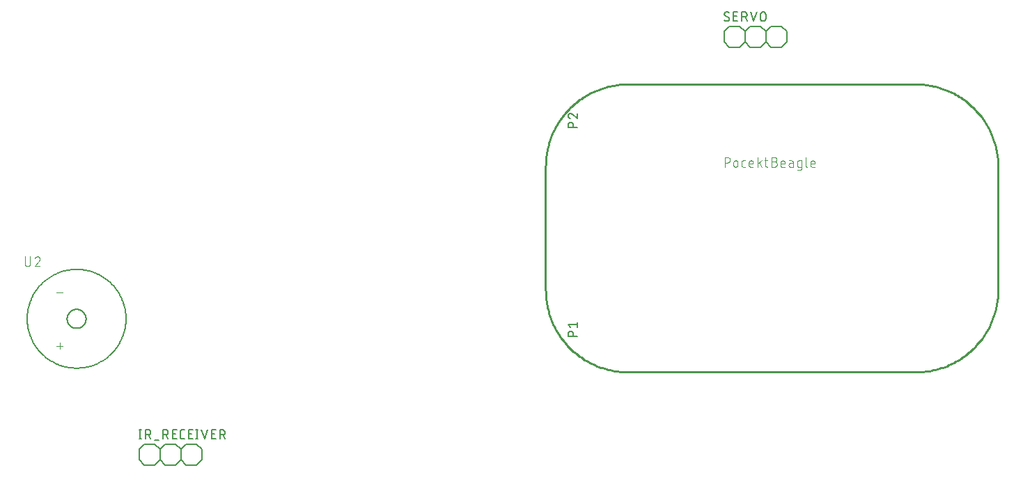
<source format=gbr>
G04 EAGLE Gerber RS-274X export*
G75*
%MOMM*%
%FSLAX34Y34*%
%LPD*%
%INSilkscreen Top*%
%IPPOS*%
%AMOC8*
5,1,8,0,0,1.08239X$1,22.5*%
G01*
%ADD10C,0.127000*%
%ADD11C,0.101600*%
%ADD12C,0.254000*%
%ADD13C,0.152400*%


D10*
X181300Y266700D02*
X181318Y268172D01*
X181372Y269644D01*
X181463Y271114D01*
X181589Y272581D01*
X181751Y274045D01*
X181949Y275504D01*
X182183Y276958D01*
X182453Y278405D01*
X182758Y279846D01*
X183098Y281279D01*
X183473Y282703D01*
X183884Y284117D01*
X184328Y285521D01*
X184807Y286913D01*
X185320Y288294D01*
X185867Y289661D01*
X186447Y291014D01*
X187061Y292353D01*
X187707Y293677D01*
X188385Y294984D01*
X189095Y296274D01*
X189836Y297546D01*
X190609Y298800D01*
X191412Y300034D01*
X192245Y301248D01*
X193108Y302442D01*
X193999Y303614D01*
X194919Y304764D01*
X195867Y305890D01*
X196843Y306994D01*
X197845Y308072D01*
X198874Y309126D01*
X199928Y310155D01*
X201006Y311157D01*
X202110Y312133D01*
X203236Y313081D01*
X204386Y314001D01*
X205558Y314892D01*
X206752Y315755D01*
X207966Y316588D01*
X209200Y317391D01*
X210454Y318164D01*
X211726Y318905D01*
X213016Y319615D01*
X214323Y320293D01*
X215647Y320939D01*
X216986Y321553D01*
X218339Y322133D01*
X219706Y322680D01*
X221087Y323193D01*
X222479Y323672D01*
X223883Y324116D01*
X225297Y324527D01*
X226721Y324902D01*
X228154Y325242D01*
X229595Y325547D01*
X231042Y325817D01*
X232496Y326051D01*
X233955Y326249D01*
X235419Y326411D01*
X236886Y326537D01*
X238356Y326628D01*
X239828Y326682D01*
X241300Y326700D01*
X242772Y326682D01*
X244244Y326628D01*
X245714Y326537D01*
X247181Y326411D01*
X248645Y326249D01*
X250104Y326051D01*
X251558Y325817D01*
X253005Y325547D01*
X254446Y325242D01*
X255879Y324902D01*
X257303Y324527D01*
X258717Y324116D01*
X260121Y323672D01*
X261513Y323193D01*
X262894Y322680D01*
X264261Y322133D01*
X265614Y321553D01*
X266953Y320939D01*
X268277Y320293D01*
X269584Y319615D01*
X270874Y318905D01*
X272146Y318164D01*
X273400Y317391D01*
X274634Y316588D01*
X275848Y315755D01*
X277042Y314892D01*
X278214Y314001D01*
X279364Y313081D01*
X280490Y312133D01*
X281594Y311157D01*
X282672Y310155D01*
X283726Y309126D01*
X284755Y308072D01*
X285757Y306994D01*
X286733Y305890D01*
X287681Y304764D01*
X288601Y303614D01*
X289492Y302442D01*
X290355Y301248D01*
X291188Y300034D01*
X291991Y298800D01*
X292764Y297546D01*
X293505Y296274D01*
X294215Y294984D01*
X294893Y293677D01*
X295539Y292353D01*
X296153Y291014D01*
X296733Y289661D01*
X297280Y288294D01*
X297793Y286913D01*
X298272Y285521D01*
X298716Y284117D01*
X299127Y282703D01*
X299502Y281279D01*
X299842Y279846D01*
X300147Y278405D01*
X300417Y276958D01*
X300651Y275504D01*
X300849Y274045D01*
X301011Y272581D01*
X301137Y271114D01*
X301228Y269644D01*
X301282Y268172D01*
X301300Y266700D01*
X301282Y265228D01*
X301228Y263756D01*
X301137Y262286D01*
X301011Y260819D01*
X300849Y259355D01*
X300651Y257896D01*
X300417Y256442D01*
X300147Y254995D01*
X299842Y253554D01*
X299502Y252121D01*
X299127Y250697D01*
X298716Y249283D01*
X298272Y247879D01*
X297793Y246487D01*
X297280Y245106D01*
X296733Y243739D01*
X296153Y242386D01*
X295539Y241047D01*
X294893Y239723D01*
X294215Y238416D01*
X293505Y237126D01*
X292764Y235854D01*
X291991Y234600D01*
X291188Y233366D01*
X290355Y232152D01*
X289492Y230958D01*
X288601Y229786D01*
X287681Y228636D01*
X286733Y227510D01*
X285757Y226406D01*
X284755Y225328D01*
X283726Y224274D01*
X282672Y223245D01*
X281594Y222243D01*
X280490Y221267D01*
X279364Y220319D01*
X278214Y219399D01*
X277042Y218508D01*
X275848Y217645D01*
X274634Y216812D01*
X273400Y216009D01*
X272146Y215236D01*
X270874Y214495D01*
X269584Y213785D01*
X268277Y213107D01*
X266953Y212461D01*
X265614Y211847D01*
X264261Y211267D01*
X262894Y210720D01*
X261513Y210207D01*
X260121Y209728D01*
X258717Y209284D01*
X257303Y208873D01*
X255879Y208498D01*
X254446Y208158D01*
X253005Y207853D01*
X251558Y207583D01*
X250104Y207349D01*
X248645Y207151D01*
X247181Y206989D01*
X245714Y206863D01*
X244244Y206772D01*
X242772Y206718D01*
X241300Y206700D01*
X239828Y206718D01*
X238356Y206772D01*
X236886Y206863D01*
X235419Y206989D01*
X233955Y207151D01*
X232496Y207349D01*
X231042Y207583D01*
X229595Y207853D01*
X228154Y208158D01*
X226721Y208498D01*
X225297Y208873D01*
X223883Y209284D01*
X222479Y209728D01*
X221087Y210207D01*
X219706Y210720D01*
X218339Y211267D01*
X216986Y211847D01*
X215647Y212461D01*
X214323Y213107D01*
X213016Y213785D01*
X211726Y214495D01*
X210454Y215236D01*
X209200Y216009D01*
X207966Y216812D01*
X206752Y217645D01*
X205558Y218508D01*
X204386Y219399D01*
X203236Y220319D01*
X202110Y221267D01*
X201006Y222243D01*
X199928Y223245D01*
X198874Y224274D01*
X197845Y225328D01*
X196843Y226406D01*
X195867Y227510D01*
X194919Y228636D01*
X193999Y229786D01*
X193108Y230958D01*
X192245Y232152D01*
X191412Y233366D01*
X190609Y234600D01*
X189836Y235854D01*
X189095Y237126D01*
X188385Y238416D01*
X187707Y239723D01*
X187061Y241047D01*
X186447Y242386D01*
X185867Y243739D01*
X185320Y245106D01*
X184807Y246487D01*
X184328Y247879D01*
X183884Y249283D01*
X183473Y250697D01*
X183098Y252121D01*
X182758Y253554D01*
X182453Y254995D01*
X182183Y256442D01*
X181949Y257896D01*
X181751Y259355D01*
X181589Y260819D01*
X181463Y262286D01*
X181372Y263756D01*
X181318Y265228D01*
X181300Y266700D01*
X229800Y266700D02*
X229803Y266982D01*
X229814Y267264D01*
X229831Y267546D01*
X229855Y267827D01*
X229886Y268108D01*
X229924Y268387D01*
X229969Y268666D01*
X230021Y268944D01*
X230079Y269220D01*
X230145Y269494D01*
X230217Y269767D01*
X230295Y270038D01*
X230380Y270307D01*
X230472Y270574D01*
X230571Y270839D01*
X230675Y271101D01*
X230787Y271360D01*
X230904Y271617D01*
X231028Y271871D01*
X231158Y272121D01*
X231294Y272368D01*
X231436Y272612D01*
X231584Y272852D01*
X231738Y273089D01*
X231898Y273322D01*
X232063Y273551D01*
X232234Y273775D01*
X232410Y273996D01*
X232592Y274211D01*
X232779Y274423D01*
X232971Y274630D01*
X233168Y274832D01*
X233370Y275029D01*
X233577Y275221D01*
X233789Y275408D01*
X234004Y275590D01*
X234225Y275766D01*
X234449Y275937D01*
X234678Y276102D01*
X234911Y276262D01*
X235148Y276416D01*
X235388Y276564D01*
X235632Y276706D01*
X235879Y276842D01*
X236129Y276972D01*
X236383Y277096D01*
X236640Y277213D01*
X236899Y277325D01*
X237161Y277429D01*
X237426Y277528D01*
X237693Y277620D01*
X237962Y277705D01*
X238233Y277783D01*
X238506Y277855D01*
X238780Y277921D01*
X239056Y277979D01*
X239334Y278031D01*
X239613Y278076D01*
X239892Y278114D01*
X240173Y278145D01*
X240454Y278169D01*
X240736Y278186D01*
X241018Y278197D01*
X241300Y278200D01*
X241582Y278197D01*
X241864Y278186D01*
X242146Y278169D01*
X242427Y278145D01*
X242708Y278114D01*
X242987Y278076D01*
X243266Y278031D01*
X243544Y277979D01*
X243820Y277921D01*
X244094Y277855D01*
X244367Y277783D01*
X244638Y277705D01*
X244907Y277620D01*
X245174Y277528D01*
X245439Y277429D01*
X245701Y277325D01*
X245960Y277213D01*
X246217Y277096D01*
X246471Y276972D01*
X246721Y276842D01*
X246968Y276706D01*
X247212Y276564D01*
X247452Y276416D01*
X247689Y276262D01*
X247922Y276102D01*
X248151Y275937D01*
X248375Y275766D01*
X248596Y275590D01*
X248811Y275408D01*
X249023Y275221D01*
X249230Y275029D01*
X249432Y274832D01*
X249629Y274630D01*
X249821Y274423D01*
X250008Y274211D01*
X250190Y273996D01*
X250366Y273775D01*
X250537Y273551D01*
X250702Y273322D01*
X250862Y273089D01*
X251016Y272852D01*
X251164Y272612D01*
X251306Y272368D01*
X251442Y272121D01*
X251572Y271871D01*
X251696Y271617D01*
X251813Y271360D01*
X251925Y271101D01*
X252029Y270839D01*
X252128Y270574D01*
X252220Y270307D01*
X252305Y270038D01*
X252383Y269767D01*
X252455Y269494D01*
X252521Y269220D01*
X252579Y268944D01*
X252631Y268666D01*
X252676Y268387D01*
X252714Y268108D01*
X252745Y267827D01*
X252769Y267546D01*
X252786Y267264D01*
X252797Y266982D01*
X252800Y266700D01*
X252797Y266418D01*
X252786Y266136D01*
X252769Y265854D01*
X252745Y265573D01*
X252714Y265292D01*
X252676Y265013D01*
X252631Y264734D01*
X252579Y264456D01*
X252521Y264180D01*
X252455Y263906D01*
X252383Y263633D01*
X252305Y263362D01*
X252220Y263093D01*
X252128Y262826D01*
X252029Y262561D01*
X251925Y262299D01*
X251813Y262040D01*
X251696Y261783D01*
X251572Y261529D01*
X251442Y261279D01*
X251306Y261032D01*
X251164Y260788D01*
X251016Y260548D01*
X250862Y260311D01*
X250702Y260078D01*
X250537Y259849D01*
X250366Y259625D01*
X250190Y259404D01*
X250008Y259189D01*
X249821Y258977D01*
X249629Y258770D01*
X249432Y258568D01*
X249230Y258371D01*
X249023Y258179D01*
X248811Y257992D01*
X248596Y257810D01*
X248375Y257634D01*
X248151Y257463D01*
X247922Y257298D01*
X247689Y257138D01*
X247452Y256984D01*
X247212Y256836D01*
X246968Y256694D01*
X246721Y256558D01*
X246471Y256428D01*
X246217Y256304D01*
X245960Y256187D01*
X245701Y256075D01*
X245439Y255971D01*
X245174Y255872D01*
X244907Y255780D01*
X244638Y255695D01*
X244367Y255617D01*
X244094Y255545D01*
X243820Y255479D01*
X243544Y255421D01*
X243266Y255369D01*
X242987Y255324D01*
X242708Y255286D01*
X242427Y255255D01*
X242146Y255231D01*
X241864Y255214D01*
X241582Y255203D01*
X241300Y255200D01*
X241018Y255203D01*
X240736Y255214D01*
X240454Y255231D01*
X240173Y255255D01*
X239892Y255286D01*
X239613Y255324D01*
X239334Y255369D01*
X239056Y255421D01*
X238780Y255479D01*
X238506Y255545D01*
X238233Y255617D01*
X237962Y255695D01*
X237693Y255780D01*
X237426Y255872D01*
X237161Y255971D01*
X236899Y256075D01*
X236640Y256187D01*
X236383Y256304D01*
X236129Y256428D01*
X235879Y256558D01*
X235632Y256694D01*
X235388Y256836D01*
X235148Y256984D01*
X234911Y257138D01*
X234678Y257298D01*
X234449Y257463D01*
X234225Y257634D01*
X234004Y257810D01*
X233789Y257992D01*
X233577Y258179D01*
X233370Y258371D01*
X233168Y258568D01*
X232971Y258770D01*
X232779Y258977D01*
X232592Y259189D01*
X232410Y259404D01*
X232234Y259625D01*
X232063Y259849D01*
X231898Y260078D01*
X231738Y260311D01*
X231584Y260548D01*
X231436Y260788D01*
X231294Y261032D01*
X231158Y261279D01*
X231028Y261529D01*
X230904Y261783D01*
X230787Y262040D01*
X230675Y262299D01*
X230571Y262561D01*
X230472Y262826D01*
X230380Y263093D01*
X230295Y263362D01*
X230217Y263633D01*
X230145Y263906D01*
X230079Y264180D01*
X230021Y264456D01*
X229969Y264734D01*
X229924Y265013D01*
X229886Y265292D01*
X229855Y265573D01*
X229831Y265854D01*
X229814Y266136D01*
X229803Y266418D01*
X229800Y266700D01*
D11*
X224597Y233752D02*
X216808Y233752D01*
X220703Y237646D02*
X220703Y229857D01*
X224597Y298752D02*
X216808Y298752D01*
X178308Y333954D02*
X178308Y342392D01*
X178308Y333954D02*
X178310Y333841D01*
X178316Y333728D01*
X178326Y333615D01*
X178340Y333502D01*
X178357Y333390D01*
X178379Y333279D01*
X178404Y333169D01*
X178434Y333059D01*
X178467Y332951D01*
X178504Y332844D01*
X178544Y332738D01*
X178589Y332634D01*
X178637Y332531D01*
X178688Y332430D01*
X178743Y332331D01*
X178801Y332234D01*
X178863Y332139D01*
X178928Y332046D01*
X178996Y331956D01*
X179067Y331868D01*
X179142Y331782D01*
X179219Y331699D01*
X179299Y331619D01*
X179382Y331542D01*
X179468Y331467D01*
X179556Y331396D01*
X179646Y331328D01*
X179739Y331263D01*
X179834Y331201D01*
X179931Y331143D01*
X180030Y331088D01*
X180131Y331037D01*
X180234Y330989D01*
X180338Y330944D01*
X180444Y330904D01*
X180551Y330867D01*
X180659Y330834D01*
X180769Y330804D01*
X180879Y330779D01*
X180990Y330757D01*
X181102Y330740D01*
X181215Y330726D01*
X181328Y330716D01*
X181441Y330710D01*
X181554Y330708D01*
X181667Y330710D01*
X181780Y330716D01*
X181893Y330726D01*
X182006Y330740D01*
X182118Y330757D01*
X182229Y330779D01*
X182339Y330804D01*
X182449Y330834D01*
X182557Y330867D01*
X182664Y330904D01*
X182770Y330944D01*
X182874Y330989D01*
X182977Y331037D01*
X183078Y331088D01*
X183177Y331143D01*
X183274Y331201D01*
X183369Y331263D01*
X183462Y331328D01*
X183552Y331396D01*
X183640Y331467D01*
X183726Y331542D01*
X183809Y331619D01*
X183889Y331699D01*
X183966Y331782D01*
X184041Y331868D01*
X184112Y331956D01*
X184180Y332046D01*
X184245Y332139D01*
X184307Y332234D01*
X184365Y332331D01*
X184420Y332430D01*
X184471Y332531D01*
X184519Y332634D01*
X184564Y332738D01*
X184604Y332844D01*
X184641Y332951D01*
X184674Y333059D01*
X184704Y333169D01*
X184729Y333279D01*
X184751Y333390D01*
X184768Y333502D01*
X184782Y333615D01*
X184792Y333728D01*
X184798Y333841D01*
X184800Y333954D01*
X184799Y333954D02*
X184799Y342392D01*
X193689Y342392D02*
X193796Y342390D01*
X193902Y342384D01*
X194008Y342374D01*
X194114Y342361D01*
X194220Y342343D01*
X194324Y342322D01*
X194428Y342297D01*
X194531Y342268D01*
X194632Y342236D01*
X194732Y342199D01*
X194831Y342159D01*
X194929Y342116D01*
X195025Y342069D01*
X195119Y342018D01*
X195211Y341964D01*
X195301Y341907D01*
X195389Y341847D01*
X195474Y341783D01*
X195557Y341716D01*
X195638Y341646D01*
X195716Y341574D01*
X195792Y341498D01*
X195864Y341420D01*
X195934Y341339D01*
X196001Y341256D01*
X196065Y341171D01*
X196125Y341083D01*
X196182Y340993D01*
X196236Y340901D01*
X196287Y340807D01*
X196334Y340711D01*
X196377Y340613D01*
X196417Y340514D01*
X196454Y340414D01*
X196486Y340313D01*
X196515Y340210D01*
X196540Y340106D01*
X196561Y340002D01*
X196579Y339896D01*
X196592Y339790D01*
X196602Y339684D01*
X196608Y339578D01*
X196610Y339471D01*
X193689Y342392D02*
X193568Y342390D01*
X193447Y342384D01*
X193327Y342374D01*
X193206Y342361D01*
X193087Y342343D01*
X192967Y342322D01*
X192849Y342297D01*
X192732Y342268D01*
X192615Y342235D01*
X192500Y342199D01*
X192386Y342158D01*
X192273Y342115D01*
X192161Y342067D01*
X192052Y342016D01*
X191944Y341961D01*
X191837Y341903D01*
X191733Y341842D01*
X191631Y341777D01*
X191531Y341709D01*
X191433Y341638D01*
X191337Y341564D01*
X191244Y341487D01*
X191154Y341406D01*
X191066Y341323D01*
X190981Y341237D01*
X190898Y341148D01*
X190819Y341057D01*
X190742Y340963D01*
X190669Y340867D01*
X190599Y340769D01*
X190532Y340668D01*
X190468Y340565D01*
X190408Y340460D01*
X190351Y340353D01*
X190297Y340245D01*
X190247Y340135D01*
X190201Y340023D01*
X190158Y339910D01*
X190119Y339795D01*
X195637Y337199D02*
X195716Y337276D01*
X195792Y337357D01*
X195865Y337440D01*
X195935Y337525D01*
X196002Y337613D01*
X196066Y337703D01*
X196126Y337795D01*
X196183Y337890D01*
X196237Y337986D01*
X196288Y338084D01*
X196335Y338184D01*
X196379Y338286D01*
X196419Y338389D01*
X196455Y338493D01*
X196487Y338599D01*
X196516Y338705D01*
X196541Y338813D01*
X196563Y338921D01*
X196580Y339031D01*
X196594Y339140D01*
X196603Y339250D01*
X196609Y339361D01*
X196611Y339471D01*
X195636Y337199D02*
X190119Y330708D01*
X196610Y330708D01*
D12*
X911530Y551930D02*
X1261530Y551930D01*
X911530Y551930D02*
X909114Y551901D01*
X906699Y551813D01*
X904287Y551667D01*
X901879Y551463D01*
X899476Y551201D01*
X897081Y550881D01*
X894694Y550503D01*
X892317Y550067D01*
X889952Y549574D01*
X887598Y549024D01*
X885259Y548418D01*
X882935Y547755D01*
X880628Y547036D01*
X878339Y546261D01*
X876070Y545432D01*
X873821Y544547D01*
X871594Y543609D01*
X869390Y542617D01*
X867211Y541573D01*
X865058Y540476D01*
X862932Y539327D01*
X860834Y538127D01*
X858766Y536877D01*
X856729Y535577D01*
X854724Y534228D01*
X852751Y532832D01*
X850814Y531388D01*
X848911Y529897D01*
X847046Y528362D01*
X845218Y526781D01*
X843428Y525157D01*
X841679Y523490D01*
X839970Y521781D01*
X838303Y520032D01*
X836679Y518242D01*
X835098Y516414D01*
X833563Y514549D01*
X832072Y512646D01*
X830628Y510709D01*
X829232Y508736D01*
X827883Y506731D01*
X826583Y504694D01*
X825333Y502626D01*
X824133Y500528D01*
X822984Y498402D01*
X821887Y496249D01*
X820843Y494070D01*
X819851Y491866D01*
X818913Y489639D01*
X818028Y487390D01*
X817199Y485121D01*
X816424Y482832D01*
X815705Y480525D01*
X815042Y478201D01*
X814436Y475862D01*
X813886Y473508D01*
X813393Y471143D01*
X812957Y468766D01*
X812579Y466379D01*
X812259Y463984D01*
X811997Y461581D01*
X811793Y459173D01*
X811647Y456761D01*
X811559Y454346D01*
X811530Y451930D01*
X811530Y301930D01*
X811559Y299514D01*
X811647Y297099D01*
X811793Y294687D01*
X811997Y292279D01*
X812259Y289876D01*
X812579Y287481D01*
X812957Y285094D01*
X813393Y282717D01*
X813886Y280352D01*
X814436Y277998D01*
X815042Y275659D01*
X815705Y273335D01*
X816424Y271028D01*
X817199Y268739D01*
X818028Y266470D01*
X818913Y264221D01*
X819851Y261994D01*
X820843Y259790D01*
X821887Y257611D01*
X822984Y255458D01*
X824133Y253332D01*
X825333Y251234D01*
X826583Y249166D01*
X827883Y247129D01*
X829232Y245124D01*
X830628Y243151D01*
X832072Y241214D01*
X833563Y239311D01*
X835098Y237446D01*
X836679Y235618D01*
X838303Y233828D01*
X839970Y232079D01*
X841679Y230370D01*
X843428Y228703D01*
X845218Y227079D01*
X847046Y225498D01*
X848911Y223963D01*
X850814Y222472D01*
X852751Y221028D01*
X854724Y219632D01*
X856729Y218283D01*
X858766Y216983D01*
X860834Y215733D01*
X862932Y214533D01*
X865058Y213384D01*
X867211Y212287D01*
X869390Y211243D01*
X871594Y210251D01*
X873821Y209313D01*
X876070Y208428D01*
X878339Y207599D01*
X880628Y206824D01*
X882935Y206105D01*
X885259Y205442D01*
X887598Y204836D01*
X889952Y204286D01*
X892317Y203793D01*
X894694Y203357D01*
X897081Y202979D01*
X899476Y202659D01*
X901879Y202397D01*
X904287Y202193D01*
X906699Y202047D01*
X909114Y201959D01*
X911530Y201930D01*
X1261530Y201930D01*
X1263946Y201959D01*
X1266361Y202047D01*
X1268773Y202193D01*
X1271181Y202397D01*
X1273584Y202659D01*
X1275979Y202979D01*
X1278366Y203357D01*
X1280743Y203793D01*
X1283108Y204286D01*
X1285462Y204836D01*
X1287801Y205442D01*
X1290125Y206105D01*
X1292432Y206824D01*
X1294721Y207599D01*
X1296990Y208428D01*
X1299239Y209313D01*
X1301466Y210251D01*
X1303670Y211243D01*
X1305849Y212287D01*
X1308002Y213384D01*
X1310128Y214533D01*
X1312226Y215733D01*
X1314294Y216983D01*
X1316331Y218283D01*
X1318336Y219632D01*
X1320309Y221028D01*
X1322246Y222472D01*
X1324149Y223963D01*
X1326014Y225498D01*
X1327842Y227079D01*
X1329632Y228703D01*
X1331381Y230370D01*
X1333090Y232079D01*
X1334757Y233828D01*
X1336381Y235618D01*
X1337962Y237446D01*
X1339497Y239311D01*
X1340988Y241214D01*
X1342432Y243151D01*
X1343828Y245124D01*
X1345177Y247129D01*
X1346477Y249166D01*
X1347727Y251234D01*
X1348927Y253332D01*
X1350076Y255458D01*
X1351173Y257611D01*
X1352217Y259790D01*
X1353209Y261994D01*
X1354147Y264221D01*
X1355032Y266470D01*
X1355861Y268739D01*
X1356636Y271028D01*
X1357355Y273335D01*
X1358018Y275659D01*
X1358624Y277998D01*
X1359174Y280352D01*
X1359667Y282717D01*
X1360103Y285094D01*
X1360481Y287481D01*
X1360801Y289876D01*
X1361063Y292279D01*
X1361267Y294687D01*
X1361413Y297099D01*
X1361501Y299514D01*
X1361530Y301930D01*
X1361530Y451930D01*
X1361501Y454346D01*
X1361413Y456761D01*
X1361267Y459173D01*
X1361063Y461581D01*
X1360801Y463984D01*
X1360481Y466379D01*
X1360103Y468766D01*
X1359667Y471143D01*
X1359174Y473508D01*
X1358624Y475862D01*
X1358018Y478201D01*
X1357355Y480525D01*
X1356636Y482832D01*
X1355861Y485121D01*
X1355032Y487390D01*
X1354147Y489639D01*
X1353209Y491866D01*
X1352217Y494070D01*
X1351173Y496249D01*
X1350076Y498402D01*
X1348927Y500528D01*
X1347727Y502626D01*
X1346477Y504694D01*
X1345177Y506731D01*
X1343828Y508736D01*
X1342432Y510709D01*
X1340988Y512646D01*
X1339497Y514549D01*
X1337962Y516414D01*
X1336381Y518242D01*
X1334757Y520032D01*
X1333090Y521781D01*
X1331381Y523490D01*
X1329632Y525157D01*
X1327842Y526781D01*
X1326014Y528362D01*
X1324149Y529897D01*
X1322246Y531388D01*
X1320309Y532832D01*
X1318336Y534228D01*
X1316331Y535577D01*
X1314294Y536877D01*
X1312226Y538127D01*
X1310128Y539327D01*
X1308002Y540476D01*
X1305849Y541573D01*
X1303670Y542617D01*
X1301466Y543609D01*
X1299239Y544547D01*
X1296990Y545432D01*
X1294721Y546261D01*
X1292432Y547036D01*
X1290125Y547755D01*
X1287801Y548418D01*
X1285462Y549024D01*
X1283108Y549574D01*
X1280743Y550067D01*
X1278366Y550503D01*
X1275979Y550881D01*
X1273584Y551201D01*
X1271181Y551463D01*
X1268773Y551667D01*
X1266361Y551813D01*
X1263946Y551901D01*
X1261530Y551930D01*
D13*
X850138Y245477D02*
X838962Y245477D01*
X838962Y248581D01*
X838964Y248692D01*
X838970Y248802D01*
X838980Y248913D01*
X838994Y249023D01*
X839011Y249132D01*
X839033Y249241D01*
X839058Y249349D01*
X839088Y249455D01*
X839121Y249561D01*
X839158Y249666D01*
X839198Y249769D01*
X839243Y249870D01*
X839290Y249970D01*
X839342Y250069D01*
X839397Y250165D01*
X839455Y250259D01*
X839516Y250351D01*
X839581Y250441D01*
X839649Y250529D01*
X839720Y250614D01*
X839794Y250696D01*
X839871Y250776D01*
X839951Y250853D01*
X840033Y250927D01*
X840118Y250998D01*
X840206Y251066D01*
X840296Y251131D01*
X840388Y251192D01*
X840482Y251250D01*
X840578Y251305D01*
X840677Y251357D01*
X840777Y251404D01*
X840878Y251449D01*
X840981Y251489D01*
X841086Y251526D01*
X841192Y251559D01*
X841298Y251589D01*
X841406Y251614D01*
X841515Y251636D01*
X841624Y251653D01*
X841734Y251667D01*
X841845Y251677D01*
X841955Y251683D01*
X842066Y251685D01*
X842177Y251683D01*
X842287Y251677D01*
X842398Y251667D01*
X842508Y251653D01*
X842617Y251636D01*
X842726Y251614D01*
X842834Y251589D01*
X842940Y251559D01*
X843046Y251526D01*
X843151Y251489D01*
X843254Y251449D01*
X843355Y251404D01*
X843455Y251357D01*
X843554Y251305D01*
X843650Y251250D01*
X843744Y251192D01*
X843836Y251131D01*
X843926Y251066D01*
X844014Y250998D01*
X844099Y250927D01*
X844181Y250853D01*
X844261Y250776D01*
X844338Y250696D01*
X844412Y250614D01*
X844483Y250529D01*
X844551Y250441D01*
X844616Y250351D01*
X844677Y250259D01*
X844735Y250165D01*
X844790Y250069D01*
X844842Y249970D01*
X844889Y249870D01*
X844934Y249769D01*
X844974Y249666D01*
X845011Y249561D01*
X845044Y249455D01*
X845074Y249349D01*
X845099Y249241D01*
X845121Y249132D01*
X845138Y249023D01*
X845152Y248913D01*
X845162Y248802D01*
X845168Y248692D01*
X845170Y248581D01*
X845171Y248581D02*
X845171Y245477D01*
X841446Y256314D02*
X838962Y259419D01*
X850138Y259419D01*
X850138Y262523D02*
X850138Y256314D01*
X850138Y499477D02*
X838962Y499477D01*
X838962Y502581D01*
X838964Y502692D01*
X838970Y502802D01*
X838980Y502913D01*
X838994Y503023D01*
X839011Y503132D01*
X839033Y503241D01*
X839058Y503349D01*
X839088Y503455D01*
X839121Y503561D01*
X839158Y503666D01*
X839198Y503769D01*
X839243Y503870D01*
X839290Y503970D01*
X839342Y504069D01*
X839397Y504165D01*
X839455Y504259D01*
X839516Y504351D01*
X839581Y504441D01*
X839649Y504529D01*
X839720Y504614D01*
X839794Y504696D01*
X839871Y504776D01*
X839951Y504853D01*
X840033Y504927D01*
X840118Y504998D01*
X840206Y505066D01*
X840296Y505131D01*
X840388Y505192D01*
X840482Y505250D01*
X840578Y505305D01*
X840677Y505357D01*
X840777Y505404D01*
X840878Y505449D01*
X840981Y505489D01*
X841086Y505526D01*
X841192Y505559D01*
X841298Y505589D01*
X841406Y505614D01*
X841515Y505636D01*
X841624Y505653D01*
X841734Y505667D01*
X841845Y505677D01*
X841955Y505683D01*
X842066Y505685D01*
X842177Y505683D01*
X842287Y505677D01*
X842398Y505667D01*
X842508Y505653D01*
X842617Y505636D01*
X842726Y505614D01*
X842834Y505589D01*
X842940Y505559D01*
X843046Y505526D01*
X843151Y505489D01*
X843254Y505449D01*
X843355Y505404D01*
X843455Y505357D01*
X843554Y505305D01*
X843650Y505250D01*
X843744Y505192D01*
X843836Y505131D01*
X843926Y505066D01*
X844014Y504998D01*
X844099Y504927D01*
X844181Y504853D01*
X844261Y504776D01*
X844338Y504696D01*
X844412Y504614D01*
X844483Y504529D01*
X844551Y504441D01*
X844616Y504351D01*
X844677Y504259D01*
X844735Y504165D01*
X844790Y504069D01*
X844842Y503970D01*
X844889Y503870D01*
X844934Y503769D01*
X844974Y503666D01*
X845011Y503561D01*
X845044Y503455D01*
X845074Y503349D01*
X845099Y503241D01*
X845121Y503132D01*
X845138Y503023D01*
X845152Y502913D01*
X845162Y502802D01*
X845168Y502692D01*
X845170Y502581D01*
X845171Y502581D02*
X845171Y499477D01*
X838962Y513729D02*
X838964Y513833D01*
X838970Y513938D01*
X838980Y514042D01*
X838993Y514145D01*
X839011Y514248D01*
X839032Y514351D01*
X839057Y514452D01*
X839086Y514553D01*
X839119Y514652D01*
X839155Y514750D01*
X839195Y514846D01*
X839239Y514941D01*
X839286Y515035D01*
X839336Y515126D01*
X839390Y515215D01*
X839447Y515303D01*
X839508Y515388D01*
X839572Y515471D01*
X839638Y515551D01*
X839708Y515629D01*
X839780Y515705D01*
X839856Y515777D01*
X839934Y515847D01*
X840014Y515913D01*
X840097Y515977D01*
X840182Y516038D01*
X840270Y516095D01*
X840359Y516149D01*
X840450Y516199D01*
X840544Y516246D01*
X840639Y516290D01*
X840735Y516330D01*
X840833Y516366D01*
X840932Y516399D01*
X841033Y516428D01*
X841134Y516453D01*
X841237Y516474D01*
X841340Y516492D01*
X841443Y516505D01*
X841547Y516515D01*
X841652Y516521D01*
X841756Y516523D01*
X838962Y513729D02*
X838964Y513610D01*
X838970Y513492D01*
X838980Y513373D01*
X838993Y513255D01*
X839011Y513138D01*
X839033Y513021D01*
X839058Y512905D01*
X839087Y512790D01*
X839120Y512675D01*
X839157Y512562D01*
X839197Y512451D01*
X839241Y512340D01*
X839289Y512232D01*
X839340Y512125D01*
X839395Y512019D01*
X839454Y511916D01*
X839515Y511814D01*
X839580Y511715D01*
X839649Y511617D01*
X839720Y511523D01*
X839795Y511430D01*
X839872Y511340D01*
X839953Y511253D01*
X840036Y511168D01*
X840122Y511086D01*
X840211Y511007D01*
X840302Y510931D01*
X840396Y510858D01*
X840492Y510789D01*
X840591Y510722D01*
X840691Y510659D01*
X840794Y510599D01*
X840898Y510542D01*
X841005Y510490D01*
X841113Y510440D01*
X841222Y510394D01*
X841334Y510352D01*
X841446Y510314D01*
X843929Y515592D02*
X843855Y515667D01*
X843778Y515739D01*
X843699Y515809D01*
X843617Y515876D01*
X843533Y515940D01*
X843447Y516001D01*
X843359Y516059D01*
X843268Y516114D01*
X843176Y516166D01*
X843082Y516214D01*
X842987Y516259D01*
X842889Y516301D01*
X842791Y516339D01*
X842691Y516374D01*
X842590Y516405D01*
X842488Y516432D01*
X842385Y516456D01*
X842282Y516477D01*
X842177Y516493D01*
X842072Y516506D01*
X841967Y516516D01*
X841862Y516521D01*
X841756Y516523D01*
X843929Y515592D02*
X850138Y510314D01*
X850138Y516523D01*
D11*
X1029208Y463042D02*
X1029208Y451358D01*
X1029208Y463042D02*
X1032454Y463042D01*
X1032567Y463040D01*
X1032680Y463034D01*
X1032793Y463024D01*
X1032906Y463010D01*
X1033018Y462993D01*
X1033129Y462971D01*
X1033239Y462946D01*
X1033349Y462916D01*
X1033457Y462883D01*
X1033564Y462846D01*
X1033670Y462806D01*
X1033774Y462761D01*
X1033877Y462713D01*
X1033978Y462662D01*
X1034077Y462607D01*
X1034174Y462549D01*
X1034269Y462487D01*
X1034362Y462422D01*
X1034452Y462354D01*
X1034540Y462283D01*
X1034626Y462208D01*
X1034709Y462131D01*
X1034789Y462051D01*
X1034866Y461968D01*
X1034941Y461882D01*
X1035012Y461794D01*
X1035080Y461704D01*
X1035145Y461611D01*
X1035207Y461516D01*
X1035265Y461419D01*
X1035320Y461320D01*
X1035371Y461219D01*
X1035419Y461116D01*
X1035464Y461012D01*
X1035504Y460906D01*
X1035541Y460799D01*
X1035574Y460691D01*
X1035604Y460581D01*
X1035629Y460471D01*
X1035651Y460360D01*
X1035668Y460248D01*
X1035682Y460135D01*
X1035692Y460022D01*
X1035698Y459909D01*
X1035700Y459796D01*
X1035698Y459683D01*
X1035692Y459570D01*
X1035682Y459457D01*
X1035668Y459344D01*
X1035651Y459232D01*
X1035629Y459121D01*
X1035604Y459011D01*
X1035574Y458901D01*
X1035541Y458793D01*
X1035504Y458686D01*
X1035464Y458580D01*
X1035419Y458476D01*
X1035371Y458373D01*
X1035320Y458272D01*
X1035265Y458173D01*
X1035207Y458076D01*
X1035145Y457981D01*
X1035080Y457888D01*
X1035012Y457798D01*
X1034941Y457710D01*
X1034866Y457624D01*
X1034789Y457541D01*
X1034709Y457461D01*
X1034626Y457384D01*
X1034540Y457309D01*
X1034452Y457238D01*
X1034362Y457170D01*
X1034269Y457105D01*
X1034174Y457043D01*
X1034077Y456985D01*
X1033978Y456930D01*
X1033877Y456879D01*
X1033774Y456831D01*
X1033670Y456786D01*
X1033564Y456746D01*
X1033457Y456709D01*
X1033349Y456676D01*
X1033239Y456646D01*
X1033129Y456621D01*
X1033018Y456599D01*
X1032906Y456582D01*
X1032793Y456568D01*
X1032680Y456558D01*
X1032567Y456552D01*
X1032454Y456550D01*
X1032454Y456551D02*
X1029208Y456551D01*
X1039975Y456551D02*
X1039975Y453954D01*
X1039975Y456551D02*
X1039977Y456652D01*
X1039983Y456752D01*
X1039993Y456852D01*
X1040006Y456952D01*
X1040024Y457051D01*
X1040045Y457150D01*
X1040070Y457247D01*
X1040099Y457344D01*
X1040132Y457439D01*
X1040168Y457533D01*
X1040208Y457625D01*
X1040251Y457716D01*
X1040298Y457805D01*
X1040348Y457892D01*
X1040402Y457978D01*
X1040459Y458061D01*
X1040519Y458141D01*
X1040582Y458220D01*
X1040649Y458296D01*
X1040718Y458369D01*
X1040790Y458439D01*
X1040864Y458507D01*
X1040941Y458572D01*
X1041021Y458633D01*
X1041103Y458692D01*
X1041187Y458747D01*
X1041273Y458799D01*
X1041361Y458848D01*
X1041451Y458893D01*
X1041543Y458935D01*
X1041636Y458973D01*
X1041731Y459007D01*
X1041826Y459038D01*
X1041923Y459065D01*
X1042021Y459088D01*
X1042120Y459108D01*
X1042220Y459123D01*
X1042320Y459135D01*
X1042420Y459143D01*
X1042521Y459147D01*
X1042621Y459147D01*
X1042722Y459143D01*
X1042822Y459135D01*
X1042922Y459123D01*
X1043022Y459108D01*
X1043121Y459088D01*
X1043219Y459065D01*
X1043316Y459038D01*
X1043411Y459007D01*
X1043506Y458973D01*
X1043599Y458935D01*
X1043691Y458893D01*
X1043781Y458848D01*
X1043869Y458799D01*
X1043955Y458747D01*
X1044039Y458692D01*
X1044121Y458633D01*
X1044201Y458572D01*
X1044278Y458507D01*
X1044352Y458439D01*
X1044424Y458369D01*
X1044493Y458296D01*
X1044560Y458220D01*
X1044623Y458141D01*
X1044683Y458061D01*
X1044740Y457978D01*
X1044794Y457892D01*
X1044844Y457805D01*
X1044891Y457716D01*
X1044934Y457625D01*
X1044974Y457533D01*
X1045010Y457439D01*
X1045043Y457344D01*
X1045072Y457247D01*
X1045097Y457150D01*
X1045118Y457051D01*
X1045136Y456952D01*
X1045149Y456852D01*
X1045159Y456752D01*
X1045165Y456652D01*
X1045167Y456551D01*
X1045168Y456551D02*
X1045168Y453954D01*
X1045167Y453954D02*
X1045165Y453853D01*
X1045159Y453753D01*
X1045149Y453653D01*
X1045136Y453553D01*
X1045118Y453454D01*
X1045097Y453355D01*
X1045072Y453258D01*
X1045043Y453161D01*
X1045010Y453066D01*
X1044974Y452972D01*
X1044934Y452880D01*
X1044891Y452789D01*
X1044844Y452700D01*
X1044794Y452613D01*
X1044740Y452527D01*
X1044683Y452444D01*
X1044623Y452364D01*
X1044560Y452285D01*
X1044493Y452209D01*
X1044424Y452136D01*
X1044352Y452066D01*
X1044278Y451998D01*
X1044201Y451933D01*
X1044121Y451872D01*
X1044039Y451813D01*
X1043955Y451758D01*
X1043869Y451706D01*
X1043781Y451657D01*
X1043691Y451612D01*
X1043599Y451570D01*
X1043506Y451532D01*
X1043411Y451498D01*
X1043316Y451467D01*
X1043219Y451440D01*
X1043121Y451417D01*
X1043022Y451397D01*
X1042922Y451382D01*
X1042822Y451370D01*
X1042722Y451362D01*
X1042621Y451358D01*
X1042521Y451358D01*
X1042420Y451362D01*
X1042320Y451370D01*
X1042220Y451382D01*
X1042120Y451397D01*
X1042021Y451417D01*
X1041923Y451440D01*
X1041826Y451467D01*
X1041731Y451498D01*
X1041636Y451532D01*
X1041543Y451570D01*
X1041451Y451612D01*
X1041361Y451657D01*
X1041273Y451706D01*
X1041187Y451758D01*
X1041103Y451813D01*
X1041021Y451872D01*
X1040941Y451933D01*
X1040864Y451998D01*
X1040790Y452066D01*
X1040718Y452136D01*
X1040649Y452209D01*
X1040582Y452285D01*
X1040519Y452364D01*
X1040459Y452444D01*
X1040402Y452527D01*
X1040348Y452613D01*
X1040298Y452700D01*
X1040251Y452789D01*
X1040208Y452880D01*
X1040168Y452972D01*
X1040132Y453066D01*
X1040099Y453161D01*
X1040070Y453258D01*
X1040045Y453355D01*
X1040024Y453454D01*
X1040006Y453553D01*
X1039993Y453653D01*
X1039983Y453753D01*
X1039977Y453853D01*
X1039975Y453954D01*
X1051841Y451358D02*
X1054438Y451358D01*
X1051841Y451358D02*
X1051754Y451360D01*
X1051666Y451366D01*
X1051580Y451376D01*
X1051493Y451389D01*
X1051408Y451407D01*
X1051323Y451428D01*
X1051239Y451453D01*
X1051157Y451482D01*
X1051076Y451515D01*
X1050996Y451551D01*
X1050918Y451590D01*
X1050842Y451634D01*
X1050768Y451680D01*
X1050697Y451730D01*
X1050627Y451783D01*
X1050560Y451839D01*
X1050496Y451898D01*
X1050434Y451960D01*
X1050375Y452024D01*
X1050319Y452091D01*
X1050266Y452161D01*
X1050216Y452232D01*
X1050170Y452306D01*
X1050126Y452382D01*
X1050087Y452460D01*
X1050051Y452540D01*
X1050018Y452621D01*
X1049989Y452703D01*
X1049964Y452787D01*
X1049943Y452872D01*
X1049925Y452957D01*
X1049912Y453044D01*
X1049902Y453130D01*
X1049896Y453218D01*
X1049894Y453305D01*
X1049894Y457200D01*
X1049896Y457287D01*
X1049902Y457375D01*
X1049912Y457461D01*
X1049925Y457548D01*
X1049943Y457633D01*
X1049964Y457718D01*
X1049989Y457802D01*
X1050018Y457884D01*
X1050051Y457965D01*
X1050087Y458045D01*
X1050126Y458123D01*
X1050170Y458199D01*
X1050216Y458273D01*
X1050266Y458344D01*
X1050319Y458414D01*
X1050375Y458481D01*
X1050434Y458545D01*
X1050496Y458607D01*
X1050560Y458666D01*
X1050627Y458722D01*
X1050697Y458775D01*
X1050768Y458825D01*
X1050842Y458871D01*
X1050918Y458915D01*
X1050996Y458954D01*
X1051076Y458990D01*
X1051157Y459023D01*
X1051239Y459052D01*
X1051323Y459077D01*
X1051408Y459098D01*
X1051493Y459116D01*
X1051580Y459129D01*
X1051666Y459139D01*
X1051754Y459145D01*
X1051841Y459147D01*
X1054438Y459147D01*
X1060591Y451358D02*
X1063837Y451358D01*
X1060591Y451358D02*
X1060504Y451360D01*
X1060416Y451366D01*
X1060330Y451376D01*
X1060243Y451389D01*
X1060158Y451407D01*
X1060073Y451428D01*
X1059989Y451453D01*
X1059907Y451482D01*
X1059826Y451515D01*
X1059746Y451551D01*
X1059668Y451590D01*
X1059592Y451634D01*
X1059518Y451680D01*
X1059447Y451730D01*
X1059377Y451783D01*
X1059310Y451839D01*
X1059246Y451898D01*
X1059184Y451960D01*
X1059125Y452024D01*
X1059069Y452091D01*
X1059016Y452161D01*
X1058966Y452232D01*
X1058920Y452306D01*
X1058876Y452382D01*
X1058837Y452460D01*
X1058801Y452540D01*
X1058768Y452621D01*
X1058739Y452703D01*
X1058714Y452787D01*
X1058693Y452872D01*
X1058675Y452957D01*
X1058662Y453044D01*
X1058652Y453130D01*
X1058646Y453218D01*
X1058644Y453305D01*
X1058644Y456551D01*
X1058646Y456652D01*
X1058652Y456752D01*
X1058662Y456852D01*
X1058675Y456952D01*
X1058693Y457051D01*
X1058714Y457150D01*
X1058739Y457247D01*
X1058768Y457344D01*
X1058801Y457439D01*
X1058837Y457533D01*
X1058877Y457625D01*
X1058920Y457716D01*
X1058967Y457805D01*
X1059017Y457892D01*
X1059071Y457978D01*
X1059128Y458061D01*
X1059188Y458141D01*
X1059251Y458220D01*
X1059318Y458296D01*
X1059387Y458369D01*
X1059459Y458439D01*
X1059533Y458507D01*
X1059610Y458572D01*
X1059690Y458633D01*
X1059772Y458692D01*
X1059856Y458747D01*
X1059942Y458799D01*
X1060030Y458848D01*
X1060120Y458893D01*
X1060212Y458935D01*
X1060305Y458973D01*
X1060400Y459007D01*
X1060495Y459038D01*
X1060592Y459065D01*
X1060690Y459088D01*
X1060789Y459108D01*
X1060889Y459123D01*
X1060989Y459135D01*
X1061089Y459143D01*
X1061190Y459147D01*
X1061290Y459147D01*
X1061391Y459143D01*
X1061491Y459135D01*
X1061591Y459123D01*
X1061691Y459108D01*
X1061790Y459088D01*
X1061888Y459065D01*
X1061985Y459038D01*
X1062080Y459007D01*
X1062175Y458973D01*
X1062268Y458935D01*
X1062360Y458893D01*
X1062450Y458848D01*
X1062538Y458799D01*
X1062624Y458747D01*
X1062708Y458692D01*
X1062790Y458633D01*
X1062870Y458572D01*
X1062947Y458507D01*
X1063021Y458439D01*
X1063093Y458369D01*
X1063162Y458296D01*
X1063229Y458220D01*
X1063292Y458141D01*
X1063352Y458061D01*
X1063409Y457978D01*
X1063463Y457892D01*
X1063513Y457805D01*
X1063560Y457716D01*
X1063603Y457625D01*
X1063643Y457533D01*
X1063679Y457439D01*
X1063712Y457344D01*
X1063741Y457247D01*
X1063766Y457150D01*
X1063787Y457051D01*
X1063805Y456952D01*
X1063818Y456852D01*
X1063828Y456752D01*
X1063834Y456652D01*
X1063836Y456551D01*
X1063837Y456551D02*
X1063837Y455253D01*
X1058644Y455253D01*
X1069066Y451358D02*
X1069066Y463042D01*
X1074259Y459147D02*
X1069066Y455253D01*
X1071338Y456875D02*
X1074259Y451358D01*
X1077488Y459147D02*
X1081383Y459147D01*
X1078787Y463042D02*
X1078787Y453305D01*
X1078789Y453218D01*
X1078795Y453130D01*
X1078805Y453044D01*
X1078818Y452957D01*
X1078836Y452872D01*
X1078857Y452787D01*
X1078882Y452703D01*
X1078911Y452621D01*
X1078944Y452540D01*
X1078980Y452460D01*
X1079019Y452382D01*
X1079063Y452306D01*
X1079109Y452232D01*
X1079159Y452161D01*
X1079212Y452091D01*
X1079268Y452024D01*
X1079327Y451960D01*
X1079389Y451898D01*
X1079453Y451839D01*
X1079520Y451783D01*
X1079590Y451730D01*
X1079661Y451680D01*
X1079735Y451634D01*
X1079811Y451590D01*
X1079889Y451551D01*
X1079969Y451515D01*
X1080050Y451482D01*
X1080132Y451453D01*
X1080216Y451428D01*
X1080301Y451407D01*
X1080386Y451389D01*
X1080473Y451376D01*
X1080559Y451366D01*
X1080647Y451360D01*
X1080734Y451358D01*
X1081383Y451358D01*
X1086358Y457849D02*
X1089603Y457849D01*
X1089603Y457850D02*
X1089716Y457848D01*
X1089829Y457842D01*
X1089942Y457832D01*
X1090055Y457818D01*
X1090167Y457801D01*
X1090278Y457779D01*
X1090388Y457754D01*
X1090498Y457724D01*
X1090606Y457691D01*
X1090713Y457654D01*
X1090819Y457614D01*
X1090923Y457569D01*
X1091026Y457521D01*
X1091127Y457470D01*
X1091226Y457415D01*
X1091323Y457357D01*
X1091418Y457295D01*
X1091511Y457230D01*
X1091601Y457162D01*
X1091689Y457091D01*
X1091775Y457016D01*
X1091858Y456939D01*
X1091938Y456859D01*
X1092015Y456776D01*
X1092090Y456690D01*
X1092161Y456602D01*
X1092229Y456512D01*
X1092294Y456419D01*
X1092356Y456324D01*
X1092414Y456227D01*
X1092469Y456128D01*
X1092520Y456027D01*
X1092568Y455924D01*
X1092613Y455820D01*
X1092653Y455714D01*
X1092690Y455607D01*
X1092723Y455499D01*
X1092753Y455389D01*
X1092778Y455279D01*
X1092800Y455168D01*
X1092817Y455056D01*
X1092831Y454943D01*
X1092841Y454830D01*
X1092847Y454717D01*
X1092849Y454604D01*
X1092847Y454491D01*
X1092841Y454378D01*
X1092831Y454265D01*
X1092817Y454152D01*
X1092800Y454040D01*
X1092778Y453929D01*
X1092753Y453819D01*
X1092723Y453709D01*
X1092690Y453601D01*
X1092653Y453494D01*
X1092613Y453388D01*
X1092568Y453284D01*
X1092520Y453181D01*
X1092469Y453080D01*
X1092414Y452981D01*
X1092356Y452884D01*
X1092294Y452789D01*
X1092229Y452696D01*
X1092161Y452606D01*
X1092090Y452518D01*
X1092015Y452432D01*
X1091938Y452349D01*
X1091858Y452269D01*
X1091775Y452192D01*
X1091689Y452117D01*
X1091601Y452046D01*
X1091511Y451978D01*
X1091418Y451913D01*
X1091323Y451851D01*
X1091226Y451793D01*
X1091127Y451738D01*
X1091026Y451687D01*
X1090923Y451639D01*
X1090819Y451594D01*
X1090713Y451554D01*
X1090606Y451517D01*
X1090498Y451484D01*
X1090388Y451454D01*
X1090278Y451429D01*
X1090167Y451407D01*
X1090055Y451390D01*
X1089942Y451376D01*
X1089829Y451366D01*
X1089716Y451360D01*
X1089603Y451358D01*
X1086358Y451358D01*
X1086358Y463042D01*
X1089603Y463042D01*
X1089704Y463040D01*
X1089804Y463034D01*
X1089904Y463024D01*
X1090004Y463011D01*
X1090103Y462993D01*
X1090202Y462972D01*
X1090299Y462947D01*
X1090396Y462918D01*
X1090491Y462885D01*
X1090585Y462849D01*
X1090677Y462809D01*
X1090768Y462766D01*
X1090857Y462719D01*
X1090944Y462669D01*
X1091030Y462615D01*
X1091113Y462558D01*
X1091193Y462498D01*
X1091272Y462435D01*
X1091348Y462368D01*
X1091421Y462299D01*
X1091491Y462227D01*
X1091559Y462153D01*
X1091624Y462076D01*
X1091685Y461996D01*
X1091744Y461914D01*
X1091799Y461830D01*
X1091851Y461744D01*
X1091900Y461656D01*
X1091945Y461566D01*
X1091987Y461474D01*
X1092025Y461381D01*
X1092059Y461286D01*
X1092090Y461191D01*
X1092117Y461094D01*
X1092140Y460996D01*
X1092160Y460897D01*
X1092175Y460797D01*
X1092187Y460697D01*
X1092195Y460597D01*
X1092199Y460496D01*
X1092199Y460396D01*
X1092195Y460295D01*
X1092187Y460195D01*
X1092175Y460095D01*
X1092160Y459995D01*
X1092140Y459896D01*
X1092117Y459798D01*
X1092090Y459701D01*
X1092059Y459606D01*
X1092025Y459511D01*
X1091987Y459418D01*
X1091945Y459326D01*
X1091900Y459236D01*
X1091851Y459148D01*
X1091799Y459062D01*
X1091744Y458978D01*
X1091685Y458896D01*
X1091624Y458816D01*
X1091559Y458739D01*
X1091491Y458665D01*
X1091421Y458593D01*
X1091348Y458524D01*
X1091272Y458457D01*
X1091193Y458394D01*
X1091113Y458334D01*
X1091030Y458277D01*
X1090944Y458223D01*
X1090857Y458173D01*
X1090768Y458126D01*
X1090677Y458083D01*
X1090585Y458043D01*
X1090491Y458007D01*
X1090396Y457974D01*
X1090299Y457945D01*
X1090202Y457920D01*
X1090103Y457899D01*
X1090004Y457881D01*
X1089904Y457868D01*
X1089804Y457858D01*
X1089704Y457852D01*
X1089603Y457850D01*
X1099072Y451358D02*
X1102318Y451358D01*
X1099072Y451358D02*
X1098985Y451360D01*
X1098897Y451366D01*
X1098811Y451376D01*
X1098724Y451389D01*
X1098639Y451407D01*
X1098554Y451428D01*
X1098470Y451453D01*
X1098388Y451482D01*
X1098307Y451515D01*
X1098227Y451551D01*
X1098149Y451590D01*
X1098073Y451634D01*
X1097999Y451680D01*
X1097928Y451730D01*
X1097858Y451783D01*
X1097791Y451839D01*
X1097727Y451898D01*
X1097665Y451960D01*
X1097606Y452024D01*
X1097550Y452091D01*
X1097497Y452161D01*
X1097447Y452232D01*
X1097401Y452306D01*
X1097357Y452382D01*
X1097318Y452460D01*
X1097282Y452540D01*
X1097249Y452621D01*
X1097220Y452703D01*
X1097195Y452787D01*
X1097174Y452872D01*
X1097156Y452957D01*
X1097143Y453044D01*
X1097133Y453130D01*
X1097127Y453218D01*
X1097125Y453305D01*
X1097125Y456551D01*
X1097127Y456652D01*
X1097133Y456752D01*
X1097143Y456852D01*
X1097156Y456952D01*
X1097174Y457051D01*
X1097195Y457150D01*
X1097220Y457247D01*
X1097249Y457344D01*
X1097282Y457439D01*
X1097318Y457533D01*
X1097358Y457625D01*
X1097401Y457716D01*
X1097448Y457805D01*
X1097498Y457892D01*
X1097552Y457978D01*
X1097609Y458061D01*
X1097669Y458141D01*
X1097732Y458220D01*
X1097799Y458296D01*
X1097868Y458369D01*
X1097940Y458439D01*
X1098014Y458507D01*
X1098091Y458572D01*
X1098171Y458633D01*
X1098253Y458692D01*
X1098337Y458747D01*
X1098423Y458799D01*
X1098511Y458848D01*
X1098601Y458893D01*
X1098693Y458935D01*
X1098786Y458973D01*
X1098881Y459007D01*
X1098976Y459038D01*
X1099073Y459065D01*
X1099171Y459088D01*
X1099270Y459108D01*
X1099370Y459123D01*
X1099470Y459135D01*
X1099570Y459143D01*
X1099671Y459147D01*
X1099771Y459147D01*
X1099872Y459143D01*
X1099972Y459135D01*
X1100072Y459123D01*
X1100172Y459108D01*
X1100271Y459088D01*
X1100369Y459065D01*
X1100466Y459038D01*
X1100561Y459007D01*
X1100656Y458973D01*
X1100749Y458935D01*
X1100841Y458893D01*
X1100931Y458848D01*
X1101019Y458799D01*
X1101105Y458747D01*
X1101189Y458692D01*
X1101271Y458633D01*
X1101351Y458572D01*
X1101428Y458507D01*
X1101502Y458439D01*
X1101574Y458369D01*
X1101643Y458296D01*
X1101710Y458220D01*
X1101773Y458141D01*
X1101833Y458061D01*
X1101890Y457978D01*
X1101944Y457892D01*
X1101994Y457805D01*
X1102041Y457716D01*
X1102084Y457625D01*
X1102124Y457533D01*
X1102160Y457439D01*
X1102193Y457344D01*
X1102222Y457247D01*
X1102247Y457150D01*
X1102268Y457051D01*
X1102286Y456952D01*
X1102299Y456852D01*
X1102309Y456752D01*
X1102315Y456652D01*
X1102317Y456551D01*
X1102318Y456551D02*
X1102318Y455253D01*
X1097125Y455253D01*
X1109244Y455902D02*
X1112165Y455902D01*
X1109244Y455902D02*
X1109150Y455900D01*
X1109056Y455894D01*
X1108963Y455885D01*
X1108870Y455871D01*
X1108778Y455854D01*
X1108686Y455832D01*
X1108596Y455808D01*
X1108506Y455779D01*
X1108418Y455747D01*
X1108331Y455711D01*
X1108246Y455671D01*
X1108163Y455628D01*
X1108081Y455582D01*
X1108001Y455532D01*
X1107924Y455479D01*
X1107849Y455423D01*
X1107776Y455364D01*
X1107705Y455302D01*
X1107637Y455237D01*
X1107572Y455169D01*
X1107510Y455098D01*
X1107451Y455025D01*
X1107395Y454950D01*
X1107342Y454873D01*
X1107292Y454793D01*
X1107246Y454711D01*
X1107203Y454628D01*
X1107163Y454543D01*
X1107127Y454456D01*
X1107095Y454368D01*
X1107066Y454278D01*
X1107042Y454188D01*
X1107020Y454096D01*
X1107003Y454004D01*
X1106989Y453911D01*
X1106980Y453818D01*
X1106974Y453724D01*
X1106972Y453630D01*
X1106974Y453536D01*
X1106980Y453442D01*
X1106989Y453349D01*
X1107003Y453256D01*
X1107020Y453164D01*
X1107042Y453072D01*
X1107066Y452982D01*
X1107095Y452892D01*
X1107127Y452804D01*
X1107163Y452717D01*
X1107203Y452632D01*
X1107246Y452549D01*
X1107292Y452467D01*
X1107342Y452387D01*
X1107395Y452310D01*
X1107451Y452235D01*
X1107510Y452162D01*
X1107572Y452091D01*
X1107637Y452023D01*
X1107705Y451958D01*
X1107776Y451896D01*
X1107849Y451837D01*
X1107924Y451781D01*
X1108001Y451728D01*
X1108081Y451678D01*
X1108163Y451632D01*
X1108246Y451589D01*
X1108331Y451549D01*
X1108418Y451513D01*
X1108506Y451481D01*
X1108596Y451452D01*
X1108686Y451428D01*
X1108778Y451406D01*
X1108870Y451389D01*
X1108963Y451375D01*
X1109056Y451366D01*
X1109150Y451360D01*
X1109244Y451358D01*
X1112165Y451358D01*
X1112165Y457200D01*
X1112164Y457200D02*
X1112162Y457287D01*
X1112156Y457375D01*
X1112146Y457461D01*
X1112133Y457548D01*
X1112115Y457633D01*
X1112094Y457718D01*
X1112069Y457802D01*
X1112040Y457884D01*
X1112007Y457965D01*
X1111971Y458045D01*
X1111932Y458123D01*
X1111888Y458199D01*
X1111842Y458273D01*
X1111792Y458344D01*
X1111739Y458414D01*
X1111683Y458481D01*
X1111624Y458545D01*
X1111562Y458607D01*
X1111498Y458666D01*
X1111431Y458722D01*
X1111361Y458775D01*
X1111290Y458825D01*
X1111216Y458871D01*
X1111140Y458915D01*
X1111062Y458954D01*
X1110982Y458990D01*
X1110901Y459023D01*
X1110819Y459052D01*
X1110735Y459077D01*
X1110650Y459098D01*
X1110565Y459116D01*
X1110478Y459129D01*
X1110392Y459139D01*
X1110304Y459145D01*
X1110217Y459147D01*
X1107621Y459147D01*
X1119206Y451358D02*
X1122452Y451358D01*
X1119206Y451358D02*
X1119119Y451360D01*
X1119031Y451366D01*
X1118945Y451376D01*
X1118858Y451389D01*
X1118773Y451407D01*
X1118688Y451428D01*
X1118604Y451453D01*
X1118522Y451482D01*
X1118441Y451515D01*
X1118361Y451551D01*
X1118283Y451590D01*
X1118207Y451634D01*
X1118133Y451680D01*
X1118062Y451730D01*
X1117992Y451783D01*
X1117925Y451839D01*
X1117861Y451898D01*
X1117799Y451960D01*
X1117740Y452024D01*
X1117684Y452091D01*
X1117631Y452161D01*
X1117581Y452232D01*
X1117535Y452306D01*
X1117491Y452382D01*
X1117452Y452460D01*
X1117416Y452540D01*
X1117383Y452621D01*
X1117354Y452703D01*
X1117329Y452787D01*
X1117308Y452872D01*
X1117290Y452957D01*
X1117277Y453044D01*
X1117267Y453130D01*
X1117261Y453218D01*
X1117259Y453305D01*
X1117259Y457200D01*
X1117261Y457287D01*
X1117267Y457375D01*
X1117277Y457461D01*
X1117290Y457548D01*
X1117308Y457633D01*
X1117329Y457718D01*
X1117354Y457802D01*
X1117383Y457884D01*
X1117416Y457965D01*
X1117452Y458045D01*
X1117491Y458123D01*
X1117535Y458199D01*
X1117581Y458273D01*
X1117631Y458344D01*
X1117684Y458414D01*
X1117740Y458481D01*
X1117799Y458545D01*
X1117861Y458607D01*
X1117925Y458666D01*
X1117992Y458722D01*
X1118062Y458775D01*
X1118133Y458825D01*
X1118207Y458871D01*
X1118283Y458915D01*
X1118361Y458954D01*
X1118441Y458990D01*
X1118522Y459023D01*
X1118604Y459052D01*
X1118688Y459077D01*
X1118773Y459098D01*
X1118858Y459116D01*
X1118945Y459129D01*
X1119031Y459139D01*
X1119119Y459145D01*
X1119206Y459147D01*
X1122452Y459147D01*
X1122452Y449411D01*
X1122451Y449411D02*
X1122449Y449324D01*
X1122443Y449236D01*
X1122433Y449150D01*
X1122420Y449063D01*
X1122402Y448978D01*
X1122381Y448893D01*
X1122356Y448809D01*
X1122327Y448727D01*
X1122294Y448646D01*
X1122258Y448566D01*
X1122219Y448488D01*
X1122175Y448412D01*
X1122129Y448338D01*
X1122079Y448267D01*
X1122026Y448197D01*
X1121970Y448130D01*
X1121911Y448066D01*
X1121850Y448004D01*
X1121785Y447945D01*
X1121718Y447889D01*
X1121648Y447836D01*
X1121577Y447786D01*
X1121503Y447740D01*
X1121427Y447696D01*
X1121349Y447657D01*
X1121269Y447621D01*
X1121188Y447588D01*
X1121106Y447559D01*
X1121022Y447534D01*
X1120937Y447513D01*
X1120852Y447495D01*
X1120765Y447482D01*
X1120679Y447472D01*
X1120591Y447466D01*
X1120504Y447464D01*
X1120504Y447463D02*
X1117908Y447463D01*
X1127754Y453305D02*
X1127754Y463042D01*
X1127754Y453305D02*
X1127756Y453218D01*
X1127762Y453130D01*
X1127772Y453044D01*
X1127785Y452957D01*
X1127803Y452872D01*
X1127824Y452787D01*
X1127849Y452703D01*
X1127878Y452621D01*
X1127911Y452540D01*
X1127947Y452460D01*
X1127986Y452382D01*
X1128030Y452306D01*
X1128076Y452232D01*
X1128126Y452161D01*
X1128179Y452091D01*
X1128235Y452024D01*
X1128294Y451960D01*
X1128356Y451898D01*
X1128420Y451839D01*
X1128487Y451783D01*
X1128557Y451730D01*
X1128628Y451680D01*
X1128702Y451634D01*
X1128778Y451590D01*
X1128856Y451551D01*
X1128936Y451515D01*
X1129017Y451482D01*
X1129099Y451453D01*
X1129183Y451428D01*
X1129268Y451407D01*
X1129353Y451389D01*
X1129440Y451376D01*
X1129526Y451366D01*
X1129614Y451360D01*
X1129701Y451358D01*
X1135648Y451358D02*
X1138893Y451358D01*
X1135648Y451358D02*
X1135561Y451360D01*
X1135473Y451366D01*
X1135387Y451376D01*
X1135300Y451389D01*
X1135215Y451407D01*
X1135130Y451428D01*
X1135046Y451453D01*
X1134964Y451482D01*
X1134883Y451515D01*
X1134803Y451551D01*
X1134725Y451590D01*
X1134649Y451634D01*
X1134575Y451680D01*
X1134504Y451730D01*
X1134434Y451783D01*
X1134367Y451839D01*
X1134303Y451898D01*
X1134241Y451960D01*
X1134182Y452024D01*
X1134126Y452091D01*
X1134073Y452161D01*
X1134023Y452232D01*
X1133977Y452306D01*
X1133933Y452382D01*
X1133894Y452460D01*
X1133858Y452540D01*
X1133825Y452621D01*
X1133796Y452703D01*
X1133771Y452787D01*
X1133750Y452872D01*
X1133732Y452957D01*
X1133719Y453044D01*
X1133709Y453130D01*
X1133703Y453218D01*
X1133701Y453305D01*
X1133701Y456551D01*
X1133703Y456652D01*
X1133709Y456752D01*
X1133719Y456852D01*
X1133732Y456952D01*
X1133750Y457051D01*
X1133771Y457150D01*
X1133796Y457247D01*
X1133825Y457344D01*
X1133858Y457439D01*
X1133894Y457533D01*
X1133934Y457625D01*
X1133977Y457716D01*
X1134024Y457805D01*
X1134074Y457892D01*
X1134128Y457978D01*
X1134185Y458061D01*
X1134245Y458141D01*
X1134308Y458220D01*
X1134375Y458296D01*
X1134444Y458369D01*
X1134516Y458439D01*
X1134590Y458507D01*
X1134667Y458572D01*
X1134747Y458633D01*
X1134829Y458692D01*
X1134913Y458747D01*
X1134999Y458799D01*
X1135087Y458848D01*
X1135177Y458893D01*
X1135269Y458935D01*
X1135362Y458973D01*
X1135457Y459007D01*
X1135552Y459038D01*
X1135649Y459065D01*
X1135747Y459088D01*
X1135846Y459108D01*
X1135946Y459123D01*
X1136046Y459135D01*
X1136146Y459143D01*
X1136247Y459147D01*
X1136347Y459147D01*
X1136448Y459143D01*
X1136548Y459135D01*
X1136648Y459123D01*
X1136748Y459108D01*
X1136847Y459088D01*
X1136945Y459065D01*
X1137042Y459038D01*
X1137137Y459007D01*
X1137232Y458973D01*
X1137325Y458935D01*
X1137417Y458893D01*
X1137507Y458848D01*
X1137595Y458799D01*
X1137681Y458747D01*
X1137765Y458692D01*
X1137847Y458633D01*
X1137927Y458572D01*
X1138004Y458507D01*
X1138078Y458439D01*
X1138150Y458369D01*
X1138219Y458296D01*
X1138286Y458220D01*
X1138349Y458141D01*
X1138409Y458061D01*
X1138466Y457978D01*
X1138520Y457892D01*
X1138570Y457805D01*
X1138617Y457716D01*
X1138660Y457625D01*
X1138700Y457533D01*
X1138736Y457439D01*
X1138769Y457344D01*
X1138798Y457247D01*
X1138823Y457150D01*
X1138844Y457051D01*
X1138862Y456952D01*
X1138875Y456852D01*
X1138885Y456752D01*
X1138891Y456652D01*
X1138893Y456551D01*
X1138893Y455253D01*
X1133701Y455253D01*
D13*
X1047750Y622300D02*
X1035050Y622300D01*
X1047750Y622300D02*
X1054100Y615950D01*
X1054100Y603250D01*
X1047750Y596900D01*
X1054100Y615950D02*
X1060450Y622300D01*
X1073150Y622300D01*
X1079500Y615950D01*
X1079500Y603250D01*
X1073150Y596900D01*
X1060450Y596900D01*
X1054100Y603250D01*
X1028700Y603250D02*
X1028700Y615950D01*
X1035050Y622300D01*
X1028700Y603250D02*
X1035050Y596900D01*
X1047750Y596900D01*
X1079500Y615950D02*
X1085850Y622300D01*
X1098550Y622300D01*
X1104900Y615950D01*
X1104900Y603250D01*
X1098550Y596900D01*
X1085850Y596900D01*
X1079500Y603250D01*
D10*
X1034923Y631063D02*
X1034921Y630963D01*
X1034915Y630864D01*
X1034905Y630764D01*
X1034892Y630666D01*
X1034874Y630567D01*
X1034853Y630470D01*
X1034828Y630374D01*
X1034799Y630278D01*
X1034766Y630184D01*
X1034730Y630091D01*
X1034690Y630000D01*
X1034646Y629910D01*
X1034599Y629822D01*
X1034549Y629736D01*
X1034495Y629652D01*
X1034438Y629570D01*
X1034378Y629491D01*
X1034314Y629413D01*
X1034248Y629339D01*
X1034179Y629267D01*
X1034107Y629198D01*
X1034033Y629132D01*
X1033955Y629068D01*
X1033876Y629008D01*
X1033794Y628951D01*
X1033710Y628897D01*
X1033624Y628847D01*
X1033536Y628800D01*
X1033446Y628756D01*
X1033355Y628716D01*
X1033262Y628680D01*
X1033168Y628647D01*
X1033072Y628618D01*
X1032976Y628593D01*
X1032879Y628572D01*
X1032780Y628554D01*
X1032682Y628541D01*
X1032582Y628531D01*
X1032483Y628525D01*
X1032383Y628523D01*
X1032242Y628525D01*
X1032101Y628530D01*
X1031960Y628540D01*
X1031819Y628553D01*
X1031679Y628569D01*
X1031539Y628590D01*
X1031400Y628614D01*
X1031261Y628642D01*
X1031124Y628673D01*
X1030987Y628708D01*
X1030851Y628746D01*
X1030716Y628788D01*
X1030583Y628834D01*
X1030450Y628883D01*
X1030319Y628936D01*
X1030190Y628992D01*
X1030061Y629051D01*
X1029935Y629114D01*
X1029810Y629180D01*
X1029687Y629249D01*
X1029566Y629322D01*
X1029447Y629398D01*
X1029329Y629477D01*
X1029214Y629558D01*
X1029102Y629643D01*
X1028991Y629731D01*
X1028883Y629822D01*
X1028777Y629915D01*
X1028674Y630012D01*
X1028573Y630111D01*
X1028891Y637413D02*
X1028893Y637513D01*
X1028899Y637612D01*
X1028909Y637712D01*
X1028922Y637810D01*
X1028940Y637909D01*
X1028961Y638006D01*
X1028986Y638102D01*
X1029015Y638198D01*
X1029048Y638292D01*
X1029084Y638385D01*
X1029124Y638476D01*
X1029168Y638566D01*
X1029215Y638654D01*
X1029265Y638740D01*
X1029319Y638824D01*
X1029376Y638906D01*
X1029436Y638985D01*
X1029500Y639063D01*
X1029566Y639137D01*
X1029635Y639209D01*
X1029707Y639278D01*
X1029781Y639344D01*
X1029859Y639408D01*
X1029938Y639468D01*
X1030020Y639525D01*
X1030104Y639579D01*
X1030190Y639629D01*
X1030278Y639676D01*
X1030368Y639720D01*
X1030459Y639760D01*
X1030552Y639796D01*
X1030646Y639829D01*
X1030742Y639858D01*
X1030838Y639883D01*
X1030935Y639904D01*
X1031034Y639922D01*
X1031132Y639935D01*
X1031232Y639945D01*
X1031331Y639951D01*
X1031431Y639953D01*
X1031431Y639954D02*
X1031564Y639952D01*
X1031697Y639947D01*
X1031830Y639937D01*
X1031963Y639924D01*
X1032095Y639907D01*
X1032227Y639887D01*
X1032358Y639863D01*
X1032488Y639835D01*
X1032618Y639804D01*
X1032746Y639769D01*
X1032874Y639730D01*
X1033000Y639688D01*
X1033125Y639642D01*
X1033249Y639593D01*
X1033372Y639541D01*
X1033493Y639485D01*
X1033612Y639425D01*
X1033730Y639363D01*
X1033845Y639297D01*
X1033959Y639228D01*
X1034071Y639155D01*
X1034181Y639080D01*
X1034289Y639001D01*
X1030160Y635190D02*
X1030076Y635242D01*
X1029993Y635297D01*
X1029913Y635356D01*
X1029835Y635417D01*
X1029760Y635481D01*
X1029687Y635549D01*
X1029616Y635619D01*
X1029549Y635691D01*
X1029484Y635766D01*
X1029422Y635844D01*
X1029363Y635924D01*
X1029307Y636006D01*
X1029255Y636090D01*
X1029206Y636176D01*
X1029160Y636264D01*
X1029117Y636354D01*
X1029078Y636445D01*
X1029043Y636538D01*
X1029011Y636632D01*
X1028983Y636727D01*
X1028958Y636823D01*
X1028938Y636920D01*
X1028920Y637018D01*
X1028907Y637116D01*
X1028898Y637215D01*
X1028892Y637314D01*
X1028890Y637413D01*
X1033653Y633286D02*
X1033737Y633234D01*
X1033820Y633179D01*
X1033900Y633120D01*
X1033978Y633059D01*
X1034053Y632995D01*
X1034126Y632927D01*
X1034197Y632857D01*
X1034264Y632785D01*
X1034329Y632710D01*
X1034391Y632632D01*
X1034450Y632552D01*
X1034506Y632470D01*
X1034558Y632386D01*
X1034607Y632300D01*
X1034653Y632212D01*
X1034696Y632122D01*
X1034735Y632031D01*
X1034770Y631938D01*
X1034802Y631844D01*
X1034830Y631749D01*
X1034855Y631653D01*
X1034875Y631556D01*
X1034893Y631458D01*
X1034906Y631360D01*
X1034915Y631261D01*
X1034921Y631162D01*
X1034923Y631063D01*
X1033653Y633286D02*
X1030161Y635191D01*
X1040028Y628523D02*
X1045108Y628523D01*
X1040028Y628523D02*
X1040028Y639953D01*
X1045108Y639953D01*
X1043838Y634873D02*
X1040028Y634873D01*
X1049992Y639953D02*
X1049992Y628523D01*
X1049992Y639953D02*
X1053167Y639953D01*
X1053278Y639951D01*
X1053388Y639945D01*
X1053499Y639936D01*
X1053609Y639922D01*
X1053718Y639905D01*
X1053827Y639884D01*
X1053935Y639859D01*
X1054042Y639830D01*
X1054148Y639798D01*
X1054253Y639762D01*
X1054356Y639722D01*
X1054458Y639679D01*
X1054559Y639632D01*
X1054658Y639581D01*
X1054755Y639528D01*
X1054849Y639471D01*
X1054942Y639410D01*
X1055033Y639347D01*
X1055122Y639280D01*
X1055208Y639210D01*
X1055291Y639137D01*
X1055373Y639062D01*
X1055451Y638984D01*
X1055526Y638902D01*
X1055599Y638819D01*
X1055669Y638733D01*
X1055736Y638644D01*
X1055799Y638553D01*
X1055860Y638460D01*
X1055917Y638365D01*
X1055970Y638269D01*
X1056021Y638170D01*
X1056068Y638069D01*
X1056111Y637967D01*
X1056151Y637864D01*
X1056187Y637759D01*
X1056219Y637653D01*
X1056248Y637546D01*
X1056273Y637438D01*
X1056294Y637329D01*
X1056311Y637220D01*
X1056325Y637110D01*
X1056334Y636999D01*
X1056340Y636889D01*
X1056342Y636778D01*
X1056340Y636667D01*
X1056334Y636557D01*
X1056325Y636446D01*
X1056311Y636336D01*
X1056294Y636227D01*
X1056273Y636118D01*
X1056248Y636010D01*
X1056219Y635903D01*
X1056187Y635797D01*
X1056151Y635692D01*
X1056111Y635589D01*
X1056068Y635487D01*
X1056021Y635386D01*
X1055970Y635287D01*
X1055917Y635191D01*
X1055860Y635096D01*
X1055799Y635003D01*
X1055736Y634912D01*
X1055669Y634823D01*
X1055599Y634737D01*
X1055526Y634654D01*
X1055451Y634572D01*
X1055373Y634494D01*
X1055291Y634419D01*
X1055208Y634346D01*
X1055122Y634276D01*
X1055033Y634209D01*
X1054942Y634146D01*
X1054849Y634085D01*
X1054755Y634028D01*
X1054658Y633975D01*
X1054559Y633924D01*
X1054458Y633877D01*
X1054356Y633834D01*
X1054253Y633794D01*
X1054148Y633758D01*
X1054042Y633726D01*
X1053935Y633697D01*
X1053827Y633672D01*
X1053718Y633651D01*
X1053609Y633634D01*
X1053499Y633620D01*
X1053388Y633611D01*
X1053278Y633605D01*
X1053167Y633603D01*
X1049992Y633603D01*
X1053802Y633603D02*
X1056342Y628523D01*
X1064514Y628523D02*
X1060704Y639953D01*
X1068324Y639953D02*
X1064514Y628523D01*
X1072769Y631698D02*
X1072769Y636778D01*
X1072771Y636889D01*
X1072777Y636999D01*
X1072786Y637110D01*
X1072800Y637220D01*
X1072817Y637329D01*
X1072838Y637438D01*
X1072863Y637546D01*
X1072892Y637653D01*
X1072924Y637759D01*
X1072960Y637864D01*
X1073000Y637967D01*
X1073043Y638069D01*
X1073090Y638170D01*
X1073141Y638269D01*
X1073194Y638366D01*
X1073251Y638460D01*
X1073312Y638553D01*
X1073375Y638644D01*
X1073442Y638733D01*
X1073512Y638819D01*
X1073585Y638902D01*
X1073660Y638984D01*
X1073738Y639062D01*
X1073820Y639137D01*
X1073903Y639210D01*
X1073989Y639280D01*
X1074078Y639347D01*
X1074169Y639410D01*
X1074262Y639471D01*
X1074357Y639528D01*
X1074453Y639581D01*
X1074552Y639632D01*
X1074653Y639679D01*
X1074755Y639722D01*
X1074858Y639762D01*
X1074963Y639798D01*
X1075069Y639830D01*
X1075176Y639859D01*
X1075284Y639884D01*
X1075393Y639905D01*
X1075502Y639922D01*
X1075612Y639936D01*
X1075723Y639945D01*
X1075833Y639951D01*
X1075944Y639953D01*
X1076055Y639951D01*
X1076165Y639945D01*
X1076276Y639936D01*
X1076386Y639922D01*
X1076495Y639905D01*
X1076604Y639884D01*
X1076712Y639859D01*
X1076819Y639830D01*
X1076925Y639798D01*
X1077030Y639762D01*
X1077133Y639722D01*
X1077235Y639679D01*
X1077336Y639632D01*
X1077435Y639581D01*
X1077532Y639528D01*
X1077626Y639471D01*
X1077719Y639410D01*
X1077810Y639347D01*
X1077899Y639280D01*
X1077985Y639210D01*
X1078068Y639137D01*
X1078150Y639062D01*
X1078228Y638984D01*
X1078303Y638902D01*
X1078376Y638819D01*
X1078446Y638733D01*
X1078513Y638644D01*
X1078576Y638553D01*
X1078637Y638460D01*
X1078694Y638366D01*
X1078747Y638269D01*
X1078798Y638170D01*
X1078845Y638069D01*
X1078888Y637967D01*
X1078928Y637864D01*
X1078964Y637759D01*
X1078996Y637653D01*
X1079025Y637546D01*
X1079050Y637438D01*
X1079071Y637329D01*
X1079088Y637220D01*
X1079102Y637110D01*
X1079111Y636999D01*
X1079117Y636889D01*
X1079119Y636778D01*
X1079119Y631698D01*
X1079117Y631587D01*
X1079111Y631477D01*
X1079102Y631366D01*
X1079088Y631256D01*
X1079071Y631147D01*
X1079050Y631038D01*
X1079025Y630930D01*
X1078996Y630823D01*
X1078964Y630717D01*
X1078928Y630612D01*
X1078888Y630509D01*
X1078845Y630407D01*
X1078798Y630306D01*
X1078747Y630207D01*
X1078694Y630111D01*
X1078637Y630016D01*
X1078576Y629923D01*
X1078513Y629832D01*
X1078446Y629743D01*
X1078376Y629657D01*
X1078303Y629574D01*
X1078228Y629492D01*
X1078150Y629414D01*
X1078068Y629339D01*
X1077985Y629266D01*
X1077899Y629196D01*
X1077810Y629129D01*
X1077719Y629066D01*
X1077626Y629005D01*
X1077532Y628948D01*
X1077435Y628895D01*
X1077336Y628844D01*
X1077235Y628797D01*
X1077133Y628754D01*
X1077030Y628714D01*
X1076925Y628678D01*
X1076819Y628646D01*
X1076712Y628617D01*
X1076604Y628592D01*
X1076495Y628571D01*
X1076386Y628554D01*
X1076276Y628540D01*
X1076165Y628531D01*
X1076055Y628525D01*
X1075944Y628523D01*
X1075833Y628525D01*
X1075723Y628531D01*
X1075612Y628540D01*
X1075502Y628554D01*
X1075393Y628571D01*
X1075284Y628592D01*
X1075176Y628617D01*
X1075069Y628646D01*
X1074963Y628678D01*
X1074858Y628714D01*
X1074755Y628754D01*
X1074653Y628797D01*
X1074552Y628844D01*
X1074453Y628895D01*
X1074357Y628948D01*
X1074262Y629005D01*
X1074169Y629066D01*
X1074078Y629129D01*
X1073989Y629196D01*
X1073903Y629266D01*
X1073820Y629339D01*
X1073738Y629414D01*
X1073660Y629492D01*
X1073585Y629574D01*
X1073512Y629657D01*
X1073442Y629743D01*
X1073375Y629832D01*
X1073312Y629923D01*
X1073251Y630016D01*
X1073194Y630111D01*
X1073141Y630207D01*
X1073090Y630306D01*
X1073043Y630407D01*
X1073000Y630509D01*
X1072960Y630612D01*
X1072924Y630717D01*
X1072892Y630823D01*
X1072863Y630930D01*
X1072838Y631038D01*
X1072817Y631147D01*
X1072800Y631256D01*
X1072786Y631366D01*
X1072777Y631477D01*
X1072771Y631587D01*
X1072769Y631698D01*
D13*
X336550Y114300D02*
X323850Y114300D01*
X336550Y114300D02*
X342900Y107950D01*
X342900Y95250D01*
X336550Y88900D01*
X342900Y107950D02*
X349250Y114300D01*
X361950Y114300D01*
X368300Y107950D01*
X368300Y95250D01*
X361950Y88900D01*
X349250Y88900D01*
X342900Y95250D01*
X317500Y95250D02*
X317500Y107950D01*
X323850Y114300D01*
X317500Y95250D02*
X323850Y88900D01*
X336550Y88900D01*
X368300Y107950D02*
X374650Y114300D01*
X387350Y114300D01*
X393700Y107950D01*
X393700Y95250D01*
X387350Y88900D01*
X374650Y88900D01*
X368300Y95250D01*
D10*
X318643Y120523D02*
X318643Y131953D01*
X317373Y120523D02*
X319913Y120523D01*
X319913Y131953D02*
X317373Y131953D01*
X325076Y131953D02*
X325076Y120523D01*
X325076Y131953D02*
X328251Y131953D01*
X328362Y131951D01*
X328472Y131945D01*
X328583Y131936D01*
X328693Y131922D01*
X328802Y131905D01*
X328911Y131884D01*
X329019Y131859D01*
X329126Y131830D01*
X329232Y131798D01*
X329337Y131762D01*
X329440Y131722D01*
X329542Y131679D01*
X329643Y131632D01*
X329742Y131581D01*
X329839Y131528D01*
X329933Y131471D01*
X330026Y131410D01*
X330117Y131347D01*
X330206Y131280D01*
X330292Y131210D01*
X330375Y131137D01*
X330457Y131062D01*
X330535Y130984D01*
X330610Y130902D01*
X330683Y130819D01*
X330753Y130733D01*
X330820Y130644D01*
X330883Y130553D01*
X330944Y130460D01*
X331001Y130365D01*
X331054Y130269D01*
X331105Y130170D01*
X331152Y130069D01*
X331195Y129967D01*
X331235Y129864D01*
X331271Y129759D01*
X331303Y129653D01*
X331332Y129546D01*
X331357Y129438D01*
X331378Y129329D01*
X331395Y129220D01*
X331409Y129110D01*
X331418Y128999D01*
X331424Y128889D01*
X331426Y128778D01*
X331424Y128667D01*
X331418Y128557D01*
X331409Y128446D01*
X331395Y128336D01*
X331378Y128227D01*
X331357Y128118D01*
X331332Y128010D01*
X331303Y127903D01*
X331271Y127797D01*
X331235Y127692D01*
X331195Y127589D01*
X331152Y127487D01*
X331105Y127386D01*
X331054Y127287D01*
X331001Y127190D01*
X330944Y127096D01*
X330883Y127003D01*
X330820Y126912D01*
X330753Y126823D01*
X330683Y126737D01*
X330610Y126654D01*
X330535Y126572D01*
X330457Y126494D01*
X330375Y126419D01*
X330292Y126346D01*
X330206Y126276D01*
X330117Y126209D01*
X330026Y126146D01*
X329933Y126085D01*
X329839Y126028D01*
X329742Y125975D01*
X329643Y125924D01*
X329542Y125877D01*
X329440Y125834D01*
X329337Y125794D01*
X329232Y125758D01*
X329126Y125726D01*
X329019Y125697D01*
X328911Y125672D01*
X328802Y125651D01*
X328693Y125634D01*
X328583Y125620D01*
X328472Y125611D01*
X328362Y125605D01*
X328251Y125603D01*
X325076Y125603D01*
X328886Y125603D02*
X331426Y120523D01*
X335915Y119253D02*
X340995Y119253D01*
X346031Y120523D02*
X346031Y131953D01*
X349206Y131953D01*
X349317Y131951D01*
X349427Y131945D01*
X349538Y131936D01*
X349648Y131922D01*
X349757Y131905D01*
X349866Y131884D01*
X349974Y131859D01*
X350081Y131830D01*
X350187Y131798D01*
X350292Y131762D01*
X350395Y131722D01*
X350497Y131679D01*
X350598Y131632D01*
X350697Y131581D01*
X350794Y131528D01*
X350888Y131471D01*
X350981Y131410D01*
X351072Y131347D01*
X351161Y131280D01*
X351247Y131210D01*
X351330Y131137D01*
X351412Y131062D01*
X351490Y130984D01*
X351565Y130902D01*
X351638Y130819D01*
X351708Y130733D01*
X351775Y130644D01*
X351838Y130553D01*
X351899Y130460D01*
X351956Y130365D01*
X352009Y130269D01*
X352060Y130170D01*
X352107Y130069D01*
X352150Y129967D01*
X352190Y129864D01*
X352226Y129759D01*
X352258Y129653D01*
X352287Y129546D01*
X352312Y129438D01*
X352333Y129329D01*
X352350Y129220D01*
X352364Y129110D01*
X352373Y128999D01*
X352379Y128889D01*
X352381Y128778D01*
X352379Y128667D01*
X352373Y128557D01*
X352364Y128446D01*
X352350Y128336D01*
X352333Y128227D01*
X352312Y128118D01*
X352287Y128010D01*
X352258Y127903D01*
X352226Y127797D01*
X352190Y127692D01*
X352150Y127589D01*
X352107Y127487D01*
X352060Y127386D01*
X352009Y127287D01*
X351956Y127190D01*
X351899Y127096D01*
X351838Y127003D01*
X351775Y126912D01*
X351708Y126823D01*
X351638Y126737D01*
X351565Y126654D01*
X351490Y126572D01*
X351412Y126494D01*
X351330Y126419D01*
X351247Y126346D01*
X351161Y126276D01*
X351072Y126209D01*
X350981Y126146D01*
X350888Y126085D01*
X350794Y126028D01*
X350697Y125975D01*
X350598Y125924D01*
X350497Y125877D01*
X350395Y125834D01*
X350292Y125794D01*
X350187Y125758D01*
X350081Y125726D01*
X349974Y125697D01*
X349866Y125672D01*
X349757Y125651D01*
X349648Y125634D01*
X349538Y125620D01*
X349427Y125611D01*
X349317Y125605D01*
X349206Y125603D01*
X346031Y125603D01*
X349841Y125603D02*
X352381Y120523D01*
X357784Y120523D02*
X362864Y120523D01*
X357784Y120523D02*
X357784Y131953D01*
X362864Y131953D01*
X361594Y126873D02*
X357784Y126873D01*
X369787Y120523D02*
X372327Y120523D01*
X369787Y120523D02*
X369687Y120525D01*
X369588Y120531D01*
X369488Y120541D01*
X369390Y120554D01*
X369291Y120572D01*
X369194Y120593D01*
X369098Y120618D01*
X369002Y120647D01*
X368908Y120680D01*
X368815Y120716D01*
X368724Y120756D01*
X368634Y120800D01*
X368546Y120847D01*
X368460Y120897D01*
X368376Y120951D01*
X368294Y121008D01*
X368215Y121068D01*
X368137Y121132D01*
X368063Y121198D01*
X367991Y121267D01*
X367922Y121339D01*
X367856Y121413D01*
X367792Y121491D01*
X367732Y121570D01*
X367675Y121652D01*
X367621Y121736D01*
X367571Y121822D01*
X367524Y121910D01*
X367480Y122000D01*
X367440Y122091D01*
X367404Y122184D01*
X367371Y122278D01*
X367342Y122374D01*
X367317Y122470D01*
X367296Y122567D01*
X367278Y122666D01*
X367265Y122764D01*
X367255Y122864D01*
X367249Y122963D01*
X367247Y123063D01*
X367247Y129413D01*
X367249Y129513D01*
X367255Y129612D01*
X367265Y129712D01*
X367278Y129810D01*
X367296Y129909D01*
X367317Y130006D01*
X367342Y130102D01*
X367371Y130198D01*
X367404Y130292D01*
X367440Y130385D01*
X367480Y130476D01*
X367524Y130566D01*
X367571Y130654D01*
X367621Y130740D01*
X367675Y130824D01*
X367732Y130906D01*
X367792Y130985D01*
X367856Y131063D01*
X367922Y131137D01*
X367991Y131209D01*
X368063Y131278D01*
X368137Y131344D01*
X368215Y131408D01*
X368294Y131468D01*
X368376Y131525D01*
X368460Y131579D01*
X368546Y131629D01*
X368634Y131676D01*
X368724Y131720D01*
X368815Y131760D01*
X368908Y131796D01*
X369002Y131829D01*
X369098Y131858D01*
X369194Y131883D01*
X369291Y131904D01*
X369390Y131922D01*
X369488Y131935D01*
X369588Y131945D01*
X369687Y131951D01*
X369787Y131953D01*
X372327Y131953D01*
X377215Y120523D02*
X382295Y120523D01*
X377215Y120523D02*
X377215Y131953D01*
X382295Y131953D01*
X381025Y126873D02*
X377215Y126873D01*
X387604Y131953D02*
X387604Y120523D01*
X386334Y120523D02*
X388874Y120523D01*
X388874Y131953D02*
X386334Y131953D01*
X392938Y131953D02*
X396748Y120523D01*
X400558Y131953D01*
X405409Y120523D02*
X410489Y120523D01*
X405409Y120523D02*
X405409Y131953D01*
X410489Y131953D01*
X409219Y126873D02*
X405409Y126873D01*
X415373Y131953D02*
X415373Y120523D01*
X415373Y131953D02*
X418548Y131953D01*
X418659Y131951D01*
X418769Y131945D01*
X418880Y131936D01*
X418990Y131922D01*
X419099Y131905D01*
X419208Y131884D01*
X419316Y131859D01*
X419423Y131830D01*
X419529Y131798D01*
X419634Y131762D01*
X419737Y131722D01*
X419839Y131679D01*
X419940Y131632D01*
X420039Y131581D01*
X420136Y131528D01*
X420230Y131471D01*
X420323Y131410D01*
X420414Y131347D01*
X420503Y131280D01*
X420589Y131210D01*
X420672Y131137D01*
X420754Y131062D01*
X420832Y130984D01*
X420907Y130902D01*
X420980Y130819D01*
X421050Y130733D01*
X421117Y130644D01*
X421180Y130553D01*
X421241Y130460D01*
X421298Y130365D01*
X421351Y130269D01*
X421402Y130170D01*
X421449Y130069D01*
X421492Y129967D01*
X421532Y129864D01*
X421568Y129759D01*
X421600Y129653D01*
X421629Y129546D01*
X421654Y129438D01*
X421675Y129329D01*
X421692Y129220D01*
X421706Y129110D01*
X421715Y128999D01*
X421721Y128889D01*
X421723Y128778D01*
X421721Y128667D01*
X421715Y128557D01*
X421706Y128446D01*
X421692Y128336D01*
X421675Y128227D01*
X421654Y128118D01*
X421629Y128010D01*
X421600Y127903D01*
X421568Y127797D01*
X421532Y127692D01*
X421492Y127589D01*
X421449Y127487D01*
X421402Y127386D01*
X421351Y127287D01*
X421298Y127190D01*
X421241Y127096D01*
X421180Y127003D01*
X421117Y126912D01*
X421050Y126823D01*
X420980Y126737D01*
X420907Y126654D01*
X420832Y126572D01*
X420754Y126494D01*
X420672Y126419D01*
X420589Y126346D01*
X420503Y126276D01*
X420414Y126209D01*
X420323Y126146D01*
X420230Y126085D01*
X420136Y126028D01*
X420039Y125975D01*
X419940Y125924D01*
X419839Y125877D01*
X419737Y125834D01*
X419634Y125794D01*
X419529Y125758D01*
X419423Y125726D01*
X419316Y125697D01*
X419208Y125672D01*
X419099Y125651D01*
X418990Y125634D01*
X418880Y125620D01*
X418769Y125611D01*
X418659Y125605D01*
X418548Y125603D01*
X415373Y125603D01*
X419183Y125603D02*
X421723Y120523D01*
M02*

</source>
